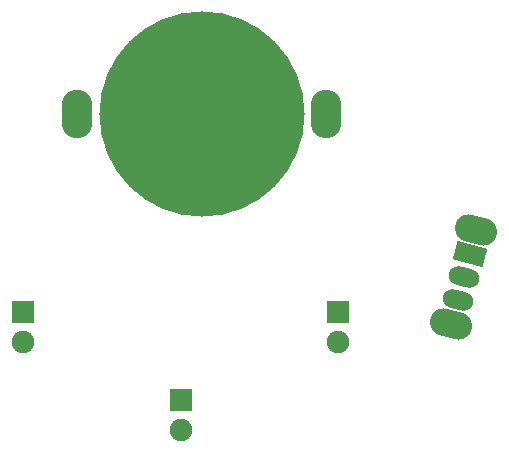
<source format=gbr>
%TF.GenerationSoftware,KiCad,Pcbnew,(6.0.4)*%
%TF.CreationDate,2022-06-06T16:45:48-07:00*%
%TF.ProjectId,Alpenglow_ChillySnowCloud_PCB,416c7065-6e67-46c6-9f77-5f4368696c6c,rev?*%
%TF.SameCoordinates,Original*%
%TF.FileFunction,Soldermask,Bot*%
%TF.FilePolarity,Negative*%
%FSLAX46Y46*%
G04 Gerber Fmt 4.6, Leading zero omitted, Abs format (unit mm)*
G04 Created by KiCad (PCBNEW (6.0.4)) date 2022-06-06 16:45:48*
%MOMM*%
%LPD*%
G01*
G04 APERTURE LIST*
G04 Aperture macros list*
%AMRoundRect*
0 Rectangle with rounded corners*
0 $1 Rounding radius*
0 $2 $3 $4 $5 $6 $7 $8 $9 X,Y pos of 4 corners*
0 Add a 4 corners polygon primitive as box body*
4,1,4,$2,$3,$4,$5,$6,$7,$8,$9,$2,$3,0*
0 Add four circle primitives for the rounded corners*
1,1,$1+$1,$2,$3*
1,1,$1+$1,$4,$5*
1,1,$1+$1,$6,$7*
1,1,$1+$1,$8,$9*
0 Add four rect primitives between the rounded corners*
20,1,$1+$1,$2,$3,$4,$5,0*
20,1,$1+$1,$4,$5,$6,$7,0*
20,1,$1+$1,$6,$7,$8,$9,0*
20,1,$1+$1,$8,$9,$2,$3,0*%
%AMHorizOval*
0 Thick line with rounded ends*
0 $1 width*
0 $2 $3 position (X,Y) of the first rounded end (center of the circle)*
0 $4 $5 position (X,Y) of the second rounded end (center of the circle)*
0 Add line between two ends*
20,1,$1,$2,$3,$4,$5,0*
0 Add two circle primitives to create the rounded ends*
1,1,$1,$2,$3*
1,1,$1,$4,$5*%
G04 Aperture macros list end*
%ADD10RoundRect,0.050000X-0.900000X0.900000X-0.900000X-0.900000X0.900000X-0.900000X0.900000X0.900000X0*%
%ADD11C,1.900000*%
%ADD12O,2.600000X4.100000*%
%ADD13C,17.372000*%
%ADD14HorizOval,2.300000X-0.627852X0.168232X0.627852X-0.168232X0*%
%ADD15RoundRect,0.050000X-1.013293X1.047968X-1.401522X-0.400921X1.013293X-1.047968X1.401522X0.400921X0*%
%ADD16HorizOval,1.600000X-0.482963X0.129410X0.482963X-0.129410X0*%
G04 APERTURE END LIST*
D10*
%TO.C,D1*%
X96088200Y-109397800D03*
D11*
X96088200Y-111937800D03*
%TD*%
D10*
%TO.C,D2*%
X109397800Y-116840000D03*
D11*
X109397800Y-119380000D03*
%TD*%
D10*
%TO.C,D3*%
X122732800Y-109397800D03*
D11*
X122732800Y-111937800D03*
%TD*%
D12*
%TO.C,BT1*%
X121716800Y-92583000D03*
X100634800Y-92583000D03*
D13*
X111175800Y-92583000D03*
%TD*%
D14*
%TO.C,SW1*%
X134443520Y-102471556D03*
X132321204Y-110392148D03*
D15*
X133900000Y-104500000D03*
D16*
X133382362Y-106431852D03*
X132864724Y-108363703D03*
%TD*%
M02*

</source>
